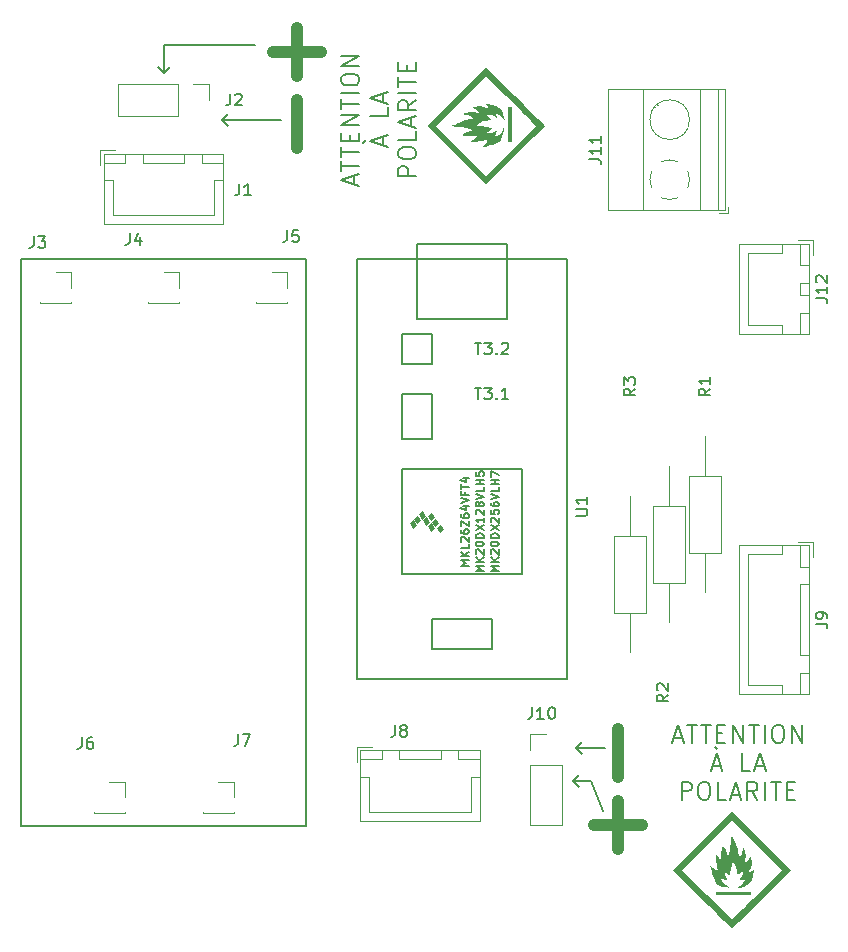
<source format=gbr>
%TF.GenerationSoftware,KiCad,Pcbnew,(6.0.5)*%
%TF.CreationDate,2022-06-17T01:03:42+02:00*%
%TF.ProjectId,seq,7365712e-6b69-4636-9164-5f7063625858,rev?*%
%TF.SameCoordinates,Original*%
%TF.FileFunction,Legend,Top*%
%TF.FilePolarity,Positive*%
%FSLAX46Y46*%
G04 Gerber Fmt 4.6, Leading zero omitted, Abs format (unit mm)*
G04 Created by KiCad (PCBNEW (6.0.5)) date 2022-06-17 01:03:42*
%MOMM*%
%LPD*%
G01*
G04 APERTURE LIST*
%ADD10C,0.150000*%
%ADD11C,1.000000*%
%ADD12C,0.120000*%
%ADD13C,0.100000*%
G04 APERTURE END LIST*
D10*
X116834000Y-68456285D02*
X116834000Y-67742000D01*
X117262571Y-68599142D02*
X115762571Y-68099142D01*
X117262571Y-67599142D01*
X115762571Y-67313428D02*
X115762571Y-66456285D01*
X117262571Y-66884857D02*
X115762571Y-66884857D01*
X115762571Y-66170571D02*
X115762571Y-65313428D01*
X117262571Y-65742000D02*
X115762571Y-65742000D01*
X116476857Y-64813428D02*
X116476857Y-64313428D01*
X117262571Y-64099142D02*
X117262571Y-64813428D01*
X115762571Y-64813428D01*
X115762571Y-64099142D01*
X117262571Y-63456285D02*
X115762571Y-63456285D01*
X117262571Y-62599142D01*
X115762571Y-62599142D01*
X115762571Y-62099142D02*
X115762571Y-61242000D01*
X117262571Y-61670571D02*
X115762571Y-61670571D01*
X117262571Y-60742000D02*
X115762571Y-60742000D01*
X115762571Y-59742000D02*
X115762571Y-59456285D01*
X115834000Y-59313428D01*
X115976857Y-59170571D01*
X116262571Y-59099142D01*
X116762571Y-59099142D01*
X117048285Y-59170571D01*
X117191142Y-59313428D01*
X117262571Y-59456285D01*
X117262571Y-59742000D01*
X117191142Y-59884857D01*
X117048285Y-60027714D01*
X116762571Y-60099142D01*
X116262571Y-60099142D01*
X115976857Y-60027714D01*
X115834000Y-59884857D01*
X115762571Y-59742000D01*
X117262571Y-58456285D02*
X115762571Y-58456285D01*
X117262571Y-57599142D01*
X115762571Y-57599142D01*
X119249000Y-65170571D02*
X119249000Y-64456285D01*
X119677571Y-65313428D02*
X118177571Y-64813428D01*
X119677571Y-64313428D01*
X117606142Y-64956285D02*
X117820428Y-64742000D01*
X119677571Y-61956285D02*
X119677571Y-62670571D01*
X118177571Y-62670571D01*
X119249000Y-61527714D02*
X119249000Y-60813428D01*
X119677571Y-61670571D02*
X118177571Y-61170571D01*
X119677571Y-60670571D01*
X122092571Y-67777714D02*
X120592571Y-67777714D01*
X120592571Y-67206285D01*
X120664000Y-67063428D01*
X120735428Y-66991999D01*
X120878285Y-66920571D01*
X121092571Y-66920571D01*
X121235428Y-66991999D01*
X121306857Y-67063428D01*
X121378285Y-67206285D01*
X121378285Y-67777714D01*
X120592571Y-65991999D02*
X120592571Y-65706285D01*
X120664000Y-65563428D01*
X120806857Y-65420571D01*
X121092571Y-65349142D01*
X121592571Y-65349142D01*
X121878285Y-65420571D01*
X122021142Y-65563428D01*
X122092571Y-65706285D01*
X122092571Y-65991999D01*
X122021142Y-66134857D01*
X121878285Y-66277714D01*
X121592571Y-66349142D01*
X121092571Y-66349142D01*
X120806857Y-66277714D01*
X120664000Y-66134857D01*
X120592571Y-65991999D01*
X122092571Y-63991999D02*
X122092571Y-64706285D01*
X120592571Y-64706285D01*
X121664000Y-63563428D02*
X121664000Y-62849142D01*
X122092571Y-63706285D02*
X120592571Y-63206285D01*
X122092571Y-62706285D01*
X122092571Y-61349142D02*
X121378285Y-61849142D01*
X122092571Y-62206285D02*
X120592571Y-62206285D01*
X120592571Y-61634857D01*
X120664000Y-61492000D01*
X120735428Y-61420571D01*
X120878285Y-61349142D01*
X121092571Y-61349142D01*
X121235428Y-61420571D01*
X121306857Y-61492000D01*
X121378285Y-61634857D01*
X121378285Y-62206285D01*
X122092571Y-60706285D02*
X120592571Y-60706285D01*
X120592571Y-60206285D02*
X120592571Y-59349142D01*
X122092571Y-59777714D02*
X120592571Y-59777714D01*
X121306857Y-58849142D02*
X121306857Y-58349142D01*
X122092571Y-58134857D02*
X122092571Y-58849142D01*
X120592571Y-58849142D01*
X120592571Y-58134857D01*
X136906000Y-118999000D02*
X137922000Y-121539000D01*
X135890000Y-119507000D02*
X135382000Y-118999000D01*
X135382000Y-118999000D02*
X135890000Y-118491000D01*
X136906000Y-118999000D02*
X135382000Y-118999000D01*
X136144000Y-116713000D02*
X135636000Y-116205000D01*
X135636000Y-116205000D02*
X136144000Y-115697000D01*
X138049000Y-116205000D02*
X135636000Y-116205000D01*
X143887714Y-115310000D02*
X144602000Y-115310000D01*
X143744857Y-115738571D02*
X144244857Y-114238571D01*
X144744857Y-115738571D01*
X145030571Y-114238571D02*
X145887714Y-114238571D01*
X145459142Y-115738571D02*
X145459142Y-114238571D01*
X146173428Y-114238571D02*
X147030571Y-114238571D01*
X146602000Y-115738571D02*
X146602000Y-114238571D01*
X147530571Y-114952857D02*
X148030571Y-114952857D01*
X148244857Y-115738571D02*
X147530571Y-115738571D01*
X147530571Y-114238571D01*
X148244857Y-114238571D01*
X148887714Y-115738571D02*
X148887714Y-114238571D01*
X149744857Y-115738571D01*
X149744857Y-114238571D01*
X150244857Y-114238571D02*
X151102000Y-114238571D01*
X150673428Y-115738571D02*
X150673428Y-114238571D01*
X151602000Y-115738571D02*
X151602000Y-114238571D01*
X152602000Y-114238571D02*
X152887714Y-114238571D01*
X153030571Y-114310000D01*
X153173428Y-114452857D01*
X153244857Y-114738571D01*
X153244857Y-115238571D01*
X153173428Y-115524285D01*
X153030571Y-115667142D01*
X152887714Y-115738571D01*
X152602000Y-115738571D01*
X152459142Y-115667142D01*
X152316285Y-115524285D01*
X152244857Y-115238571D01*
X152244857Y-114738571D01*
X152316285Y-114452857D01*
X152459142Y-114310000D01*
X152602000Y-114238571D01*
X153887714Y-115738571D02*
X153887714Y-114238571D01*
X154744857Y-115738571D01*
X154744857Y-114238571D01*
X147173428Y-117725000D02*
X147887714Y-117725000D01*
X147030571Y-118153571D02*
X147530571Y-116653571D01*
X148030571Y-118153571D01*
X147387714Y-116082142D02*
X147602000Y-116296428D01*
X150387714Y-118153571D02*
X149673428Y-118153571D01*
X149673428Y-116653571D01*
X150816285Y-117725000D02*
X151530571Y-117725000D01*
X150673428Y-118153571D02*
X151173428Y-116653571D01*
X151673428Y-118153571D01*
X144566285Y-120568571D02*
X144566285Y-119068571D01*
X145137714Y-119068571D01*
X145280571Y-119140000D01*
X145352000Y-119211428D01*
X145423428Y-119354285D01*
X145423428Y-119568571D01*
X145352000Y-119711428D01*
X145280571Y-119782857D01*
X145137714Y-119854285D01*
X144566285Y-119854285D01*
X146352000Y-119068571D02*
X146637714Y-119068571D01*
X146780571Y-119140000D01*
X146923428Y-119282857D01*
X146994857Y-119568571D01*
X146994857Y-120068571D01*
X146923428Y-120354285D01*
X146780571Y-120497142D01*
X146637714Y-120568571D01*
X146352000Y-120568571D01*
X146209142Y-120497142D01*
X146066285Y-120354285D01*
X145994857Y-120068571D01*
X145994857Y-119568571D01*
X146066285Y-119282857D01*
X146209142Y-119140000D01*
X146352000Y-119068571D01*
X148352000Y-120568571D02*
X147637714Y-120568571D01*
X147637714Y-119068571D01*
X148780571Y-120140000D02*
X149494857Y-120140000D01*
X148637714Y-120568571D02*
X149137714Y-119068571D01*
X149637714Y-120568571D01*
X150994857Y-120568571D02*
X150494857Y-119854285D01*
X150137714Y-120568571D02*
X150137714Y-119068571D01*
X150709142Y-119068571D01*
X150852000Y-119140000D01*
X150923428Y-119211428D01*
X150994857Y-119354285D01*
X150994857Y-119568571D01*
X150923428Y-119711428D01*
X150852000Y-119782857D01*
X150709142Y-119854285D01*
X150137714Y-119854285D01*
X151637714Y-120568571D02*
X151637714Y-119068571D01*
X152137714Y-119068571D02*
X152994857Y-119068571D01*
X152566285Y-120568571D02*
X152566285Y-119068571D01*
X153494857Y-119782857D02*
X153994857Y-119782857D01*
X154209142Y-120568571D02*
X153494857Y-120568571D01*
X153494857Y-119068571D01*
X154209142Y-119068571D01*
D11*
X139192000Y-118618000D02*
X139192000Y-114554000D01*
X139192000Y-120650000D02*
X139192000Y-124714000D01*
X141224000Y-122682000D02*
X137160000Y-122682000D01*
D10*
X108077000Y-62992000D02*
X110617000Y-62992000D01*
X106172000Y-63500000D02*
X105664000Y-62992000D01*
X105664000Y-62992000D02*
X106172000Y-62484000D01*
X108077000Y-62992000D02*
X105664000Y-62992000D01*
X101219000Y-58547000D02*
X100711000Y-59055000D01*
X100711000Y-59055000D02*
X100203000Y-58547000D01*
X100711000Y-56642000D02*
X100711000Y-59055000D01*
X108458000Y-56642000D02*
X100711000Y-56642000D01*
D11*
X114046000Y-57277000D02*
X109982000Y-57277000D01*
X112014000Y-61341000D02*
X112014000Y-65405000D01*
X112014000Y-59309000D02*
X112014000Y-55245000D01*
D10*
X88646000Y-74803000D02*
X112776000Y-74803000D01*
X112776000Y-74803000D02*
X112776000Y-122809000D01*
X112776000Y-122809000D02*
X88646000Y-122809000D01*
X88646000Y-122809000D02*
X88646000Y-74803000D01*
%TO.C,J10*%
X131905476Y-112736380D02*
X131905476Y-113450666D01*
X131857857Y-113593523D01*
X131762619Y-113688761D01*
X131619761Y-113736380D01*
X131524523Y-113736380D01*
X132905476Y-113736380D02*
X132334047Y-113736380D01*
X132619761Y-113736380D02*
X132619761Y-112736380D01*
X132524523Y-112879238D01*
X132429285Y-112974476D01*
X132334047Y-113022095D01*
X133524523Y-112736380D02*
X133619761Y-112736380D01*
X133715000Y-112784000D01*
X133762619Y-112831619D01*
X133810238Y-112926857D01*
X133857857Y-113117333D01*
X133857857Y-113355428D01*
X133810238Y-113545904D01*
X133762619Y-113641142D01*
X133715000Y-113688761D01*
X133619761Y-113736380D01*
X133524523Y-113736380D01*
X133429285Y-113688761D01*
X133381666Y-113641142D01*
X133334047Y-113545904D01*
X133286428Y-113355428D01*
X133286428Y-113117333D01*
X133334047Y-112926857D01*
X133381666Y-112831619D01*
X133429285Y-112784000D01*
X133524523Y-112736380D01*
%TO.C,J2*%
X106346666Y-60793380D02*
X106346666Y-61507666D01*
X106299047Y-61650523D01*
X106203809Y-61745761D01*
X106060952Y-61793380D01*
X105965714Y-61793380D01*
X106775238Y-60888619D02*
X106822857Y-60841000D01*
X106918095Y-60793380D01*
X107156190Y-60793380D01*
X107251428Y-60841000D01*
X107299047Y-60888619D01*
X107346666Y-60983857D01*
X107346666Y-61079095D01*
X107299047Y-61221952D01*
X106727619Y-61793380D01*
X107346666Y-61793380D01*
%TO.C,J5*%
X111172666Y-72350380D02*
X111172666Y-73064666D01*
X111125047Y-73207523D01*
X111029809Y-73302761D01*
X110886952Y-73350380D01*
X110791714Y-73350380D01*
X112125047Y-72350380D02*
X111648857Y-72350380D01*
X111601238Y-72826571D01*
X111648857Y-72778952D01*
X111744095Y-72731333D01*
X111982190Y-72731333D01*
X112077428Y-72778952D01*
X112125047Y-72826571D01*
X112172666Y-72921809D01*
X112172666Y-73159904D01*
X112125047Y-73255142D01*
X112077428Y-73302761D01*
X111982190Y-73350380D01*
X111744095Y-73350380D01*
X111648857Y-73302761D01*
X111601238Y-73255142D01*
%TO.C,J8*%
X120316666Y-114260380D02*
X120316666Y-114974666D01*
X120269047Y-115117523D01*
X120173809Y-115212761D01*
X120030952Y-115260380D01*
X119935714Y-115260380D01*
X120935714Y-114688952D02*
X120840476Y-114641333D01*
X120792857Y-114593714D01*
X120745238Y-114498476D01*
X120745238Y-114450857D01*
X120792857Y-114355619D01*
X120840476Y-114308000D01*
X120935714Y-114260380D01*
X121126190Y-114260380D01*
X121221428Y-114308000D01*
X121269047Y-114355619D01*
X121316666Y-114450857D01*
X121316666Y-114498476D01*
X121269047Y-114593714D01*
X121221428Y-114641333D01*
X121126190Y-114688952D01*
X120935714Y-114688952D01*
X120840476Y-114736571D01*
X120792857Y-114784190D01*
X120745238Y-114879428D01*
X120745238Y-115069904D01*
X120792857Y-115165142D01*
X120840476Y-115212761D01*
X120935714Y-115260380D01*
X121126190Y-115260380D01*
X121221428Y-115212761D01*
X121269047Y-115165142D01*
X121316666Y-115069904D01*
X121316666Y-114879428D01*
X121269047Y-114784190D01*
X121221428Y-114736571D01*
X121126190Y-114688952D01*
%TO.C,J9*%
X155910380Y-105676333D02*
X156624666Y-105676333D01*
X156767523Y-105723952D01*
X156862761Y-105819190D01*
X156910380Y-105962047D01*
X156910380Y-106057285D01*
X156910380Y-105152523D02*
X156910380Y-104962047D01*
X156862761Y-104866809D01*
X156815142Y-104819190D01*
X156672285Y-104723952D01*
X156481809Y-104676333D01*
X156100857Y-104676333D01*
X156005619Y-104723952D01*
X155958000Y-104771571D01*
X155910380Y-104866809D01*
X155910380Y-105057285D01*
X155958000Y-105152523D01*
X156005619Y-105200142D01*
X156100857Y-105247761D01*
X156338952Y-105247761D01*
X156434190Y-105200142D01*
X156481809Y-105152523D01*
X156529428Y-105057285D01*
X156529428Y-104866809D01*
X156481809Y-104771571D01*
X156434190Y-104723952D01*
X156338952Y-104676333D01*
%TO.C,J11*%
X136753380Y-66346523D02*
X137467666Y-66346523D01*
X137610523Y-66394142D01*
X137705761Y-66489380D01*
X137753380Y-66632238D01*
X137753380Y-66727476D01*
X137753380Y-65346523D02*
X137753380Y-65917952D01*
X137753380Y-65632238D02*
X136753380Y-65632238D01*
X136896238Y-65727476D01*
X136991476Y-65822714D01*
X137039095Y-65917952D01*
X137753380Y-64394142D02*
X137753380Y-64965571D01*
X137753380Y-64679857D02*
X136753380Y-64679857D01*
X136896238Y-64775095D01*
X136991476Y-64870333D01*
X137039095Y-64965571D01*
%TO.C,J12*%
X155910380Y-78132523D02*
X156624666Y-78132523D01*
X156767523Y-78180142D01*
X156862761Y-78275380D01*
X156910380Y-78418238D01*
X156910380Y-78513476D01*
X156910380Y-77132523D02*
X156910380Y-77703952D01*
X156910380Y-77418238D02*
X155910380Y-77418238D01*
X156053238Y-77513476D01*
X156148476Y-77608714D01*
X156196095Y-77703952D01*
X156005619Y-76751571D02*
X155958000Y-76703952D01*
X155910380Y-76608714D01*
X155910380Y-76370619D01*
X155958000Y-76275380D01*
X156005619Y-76227761D01*
X156100857Y-76180142D01*
X156196095Y-76180142D01*
X156338952Y-76227761D01*
X156910380Y-76799190D01*
X156910380Y-76180142D01*
%TO.C,J1*%
X107108666Y-68413380D02*
X107108666Y-69127666D01*
X107061047Y-69270523D01*
X106965809Y-69365761D01*
X106822952Y-69413380D01*
X106727714Y-69413380D01*
X108108666Y-69413380D02*
X107537238Y-69413380D01*
X107822952Y-69413380D02*
X107822952Y-68413380D01*
X107727714Y-68556238D01*
X107632476Y-68651476D01*
X107537238Y-68699095D01*
%TO.C,R3*%
X140660380Y-85764666D02*
X140184190Y-86098000D01*
X140660380Y-86336095D02*
X139660380Y-86336095D01*
X139660380Y-85955142D01*
X139708000Y-85859904D01*
X139755619Y-85812285D01*
X139850857Y-85764666D01*
X139993714Y-85764666D01*
X140088952Y-85812285D01*
X140136571Y-85859904D01*
X140184190Y-85955142D01*
X140184190Y-86336095D01*
X139660380Y-85431333D02*
X139660380Y-84812285D01*
X140041333Y-85145619D01*
X140041333Y-85002761D01*
X140088952Y-84907523D01*
X140136571Y-84859904D01*
X140231809Y-84812285D01*
X140469904Y-84812285D01*
X140565142Y-84859904D01*
X140612761Y-84907523D01*
X140660380Y-85002761D01*
X140660380Y-85288476D01*
X140612761Y-85383714D01*
X140565142Y-85431333D01*
%TO.C,J6*%
X93773666Y-115276380D02*
X93773666Y-115990666D01*
X93726047Y-116133523D01*
X93630809Y-116228761D01*
X93487952Y-116276380D01*
X93392714Y-116276380D01*
X94678428Y-115276380D02*
X94487952Y-115276380D01*
X94392714Y-115324000D01*
X94345095Y-115371619D01*
X94249857Y-115514476D01*
X94202238Y-115704952D01*
X94202238Y-116085904D01*
X94249857Y-116181142D01*
X94297476Y-116228761D01*
X94392714Y-116276380D01*
X94583190Y-116276380D01*
X94678428Y-116228761D01*
X94726047Y-116181142D01*
X94773666Y-116085904D01*
X94773666Y-115847809D01*
X94726047Y-115752571D01*
X94678428Y-115704952D01*
X94583190Y-115657333D01*
X94392714Y-115657333D01*
X94297476Y-115704952D01*
X94249857Y-115752571D01*
X94202238Y-115847809D01*
%TO.C,R1*%
X147010380Y-85764666D02*
X146534190Y-86098000D01*
X147010380Y-86336095D02*
X146010380Y-86336095D01*
X146010380Y-85955142D01*
X146058000Y-85859904D01*
X146105619Y-85812285D01*
X146200857Y-85764666D01*
X146343714Y-85764666D01*
X146438952Y-85812285D01*
X146486571Y-85859904D01*
X146534190Y-85955142D01*
X146534190Y-86336095D01*
X147010380Y-84812285D02*
X147010380Y-85383714D01*
X147010380Y-85098000D02*
X146010380Y-85098000D01*
X146153238Y-85193238D01*
X146248476Y-85288476D01*
X146296095Y-85383714D01*
%TO.C,U1*%
X135596380Y-96519904D02*
X136405904Y-96519904D01*
X136501142Y-96472285D01*
X136548761Y-96424666D01*
X136596380Y-96329428D01*
X136596380Y-96138952D01*
X136548761Y-96043714D01*
X136501142Y-95996095D01*
X136405904Y-95948476D01*
X135596380Y-95948476D01*
X136596380Y-94948476D02*
X136596380Y-95519904D01*
X136596380Y-95234190D02*
X135596380Y-95234190D01*
X135739238Y-95329428D01*
X135834476Y-95424666D01*
X135882095Y-95519904D01*
X127824666Y-101244666D02*
X127124666Y-101244666D01*
X127624666Y-101011333D01*
X127124666Y-100778000D01*
X127824666Y-100778000D01*
X127824666Y-100444666D02*
X127124666Y-100444666D01*
X127824666Y-100044666D02*
X127424666Y-100344666D01*
X127124666Y-100044666D02*
X127524666Y-100444666D01*
X127191333Y-99778000D02*
X127158000Y-99744666D01*
X127124666Y-99678000D01*
X127124666Y-99511333D01*
X127158000Y-99444666D01*
X127191333Y-99411333D01*
X127258000Y-99378000D01*
X127324666Y-99378000D01*
X127424666Y-99411333D01*
X127824666Y-99811333D01*
X127824666Y-99378000D01*
X127124666Y-98944666D02*
X127124666Y-98878000D01*
X127158000Y-98811333D01*
X127191333Y-98778000D01*
X127258000Y-98744666D01*
X127391333Y-98711333D01*
X127558000Y-98711333D01*
X127691333Y-98744666D01*
X127758000Y-98778000D01*
X127791333Y-98811333D01*
X127824666Y-98878000D01*
X127824666Y-98944666D01*
X127791333Y-99011333D01*
X127758000Y-99044666D01*
X127691333Y-99078000D01*
X127558000Y-99111333D01*
X127391333Y-99111333D01*
X127258000Y-99078000D01*
X127191333Y-99044666D01*
X127158000Y-99011333D01*
X127124666Y-98944666D01*
X127824666Y-98411333D02*
X127124666Y-98411333D01*
X127124666Y-98244666D01*
X127158000Y-98144666D01*
X127224666Y-98078000D01*
X127291333Y-98044666D01*
X127424666Y-98011333D01*
X127524666Y-98011333D01*
X127658000Y-98044666D01*
X127724666Y-98078000D01*
X127791333Y-98144666D01*
X127824666Y-98244666D01*
X127824666Y-98411333D01*
X127124666Y-97778000D02*
X127824666Y-97311333D01*
X127124666Y-97311333D02*
X127824666Y-97778000D01*
X127824666Y-96678000D02*
X127824666Y-97078000D01*
X127824666Y-96878000D02*
X127124666Y-96878000D01*
X127224666Y-96944666D01*
X127291333Y-97011333D01*
X127324666Y-97078000D01*
X127191333Y-96411333D02*
X127158000Y-96378000D01*
X127124666Y-96311333D01*
X127124666Y-96144666D01*
X127158000Y-96078000D01*
X127191333Y-96044666D01*
X127258000Y-96011333D01*
X127324666Y-96011333D01*
X127424666Y-96044666D01*
X127824666Y-96444666D01*
X127824666Y-96011333D01*
X127424666Y-95611333D02*
X127391333Y-95678000D01*
X127358000Y-95711333D01*
X127291333Y-95744666D01*
X127258000Y-95744666D01*
X127191333Y-95711333D01*
X127158000Y-95678000D01*
X127124666Y-95611333D01*
X127124666Y-95478000D01*
X127158000Y-95411333D01*
X127191333Y-95378000D01*
X127258000Y-95344666D01*
X127291333Y-95344666D01*
X127358000Y-95378000D01*
X127391333Y-95411333D01*
X127424666Y-95478000D01*
X127424666Y-95611333D01*
X127458000Y-95678000D01*
X127491333Y-95711333D01*
X127558000Y-95744666D01*
X127691333Y-95744666D01*
X127758000Y-95711333D01*
X127791333Y-95678000D01*
X127824666Y-95611333D01*
X127824666Y-95478000D01*
X127791333Y-95411333D01*
X127758000Y-95378000D01*
X127691333Y-95344666D01*
X127558000Y-95344666D01*
X127491333Y-95378000D01*
X127458000Y-95411333D01*
X127424666Y-95478000D01*
X127124666Y-95144666D02*
X127824666Y-94911333D01*
X127124666Y-94678000D01*
X127824666Y-94111333D02*
X127824666Y-94444666D01*
X127124666Y-94444666D01*
X127824666Y-93878000D02*
X127124666Y-93878000D01*
X127458000Y-93878000D02*
X127458000Y-93478000D01*
X127824666Y-93478000D02*
X127124666Y-93478000D01*
X127124666Y-92811333D02*
X127124666Y-93144666D01*
X127458000Y-93178000D01*
X127424666Y-93144666D01*
X127391333Y-93078000D01*
X127391333Y-92911333D01*
X127424666Y-92844666D01*
X127458000Y-92811333D01*
X127524666Y-92778000D01*
X127691333Y-92778000D01*
X127758000Y-92811333D01*
X127791333Y-92844666D01*
X127824666Y-92911333D01*
X127824666Y-93078000D01*
X127791333Y-93144666D01*
X127758000Y-93178000D01*
X129094666Y-101244666D02*
X128394666Y-101244666D01*
X128894666Y-101011333D01*
X128394666Y-100778000D01*
X129094666Y-100778000D01*
X129094666Y-100444666D02*
X128394666Y-100444666D01*
X129094666Y-100044666D02*
X128694666Y-100344666D01*
X128394666Y-100044666D02*
X128794666Y-100444666D01*
X128461333Y-99778000D02*
X128428000Y-99744666D01*
X128394666Y-99678000D01*
X128394666Y-99511333D01*
X128428000Y-99444666D01*
X128461333Y-99411333D01*
X128528000Y-99378000D01*
X128594666Y-99378000D01*
X128694666Y-99411333D01*
X129094666Y-99811333D01*
X129094666Y-99378000D01*
X128394666Y-98944666D02*
X128394666Y-98878000D01*
X128428000Y-98811333D01*
X128461333Y-98778000D01*
X128528000Y-98744666D01*
X128661333Y-98711333D01*
X128828000Y-98711333D01*
X128961333Y-98744666D01*
X129028000Y-98778000D01*
X129061333Y-98811333D01*
X129094666Y-98878000D01*
X129094666Y-98944666D01*
X129061333Y-99011333D01*
X129028000Y-99044666D01*
X128961333Y-99078000D01*
X128828000Y-99111333D01*
X128661333Y-99111333D01*
X128528000Y-99078000D01*
X128461333Y-99044666D01*
X128428000Y-99011333D01*
X128394666Y-98944666D01*
X129094666Y-98411333D02*
X128394666Y-98411333D01*
X128394666Y-98244666D01*
X128428000Y-98144666D01*
X128494666Y-98078000D01*
X128561333Y-98044666D01*
X128694666Y-98011333D01*
X128794666Y-98011333D01*
X128928000Y-98044666D01*
X128994666Y-98078000D01*
X129061333Y-98144666D01*
X129094666Y-98244666D01*
X129094666Y-98411333D01*
X128394666Y-97778000D02*
X129094666Y-97311333D01*
X128394666Y-97311333D02*
X129094666Y-97778000D01*
X128461333Y-97078000D02*
X128428000Y-97044666D01*
X128394666Y-96978000D01*
X128394666Y-96811333D01*
X128428000Y-96744666D01*
X128461333Y-96711333D01*
X128528000Y-96678000D01*
X128594666Y-96678000D01*
X128694666Y-96711333D01*
X129094666Y-97111333D01*
X129094666Y-96678000D01*
X128394666Y-96044666D02*
X128394666Y-96378000D01*
X128728000Y-96411333D01*
X128694666Y-96378000D01*
X128661333Y-96311333D01*
X128661333Y-96144666D01*
X128694666Y-96078000D01*
X128728000Y-96044666D01*
X128794666Y-96011333D01*
X128961333Y-96011333D01*
X129028000Y-96044666D01*
X129061333Y-96078000D01*
X129094666Y-96144666D01*
X129094666Y-96311333D01*
X129061333Y-96378000D01*
X129028000Y-96411333D01*
X128394666Y-95411333D02*
X128394666Y-95544666D01*
X128428000Y-95611333D01*
X128461333Y-95644666D01*
X128561333Y-95711333D01*
X128694666Y-95744666D01*
X128961333Y-95744666D01*
X129028000Y-95711333D01*
X129061333Y-95678000D01*
X129094666Y-95611333D01*
X129094666Y-95478000D01*
X129061333Y-95411333D01*
X129028000Y-95378000D01*
X128961333Y-95344666D01*
X128794666Y-95344666D01*
X128728000Y-95378000D01*
X128694666Y-95411333D01*
X128661333Y-95478000D01*
X128661333Y-95611333D01*
X128694666Y-95678000D01*
X128728000Y-95711333D01*
X128794666Y-95744666D01*
X128394666Y-95144666D02*
X129094666Y-94911333D01*
X128394666Y-94678000D01*
X129094666Y-94111333D02*
X129094666Y-94444666D01*
X128394666Y-94444666D01*
X129094666Y-93878000D02*
X128394666Y-93878000D01*
X128728000Y-93878000D02*
X128728000Y-93478000D01*
X129094666Y-93478000D02*
X128394666Y-93478000D01*
X128394666Y-93211333D02*
X128394666Y-92744666D01*
X129094666Y-93044666D01*
X127047809Y-81875380D02*
X127619238Y-81875380D01*
X127333523Y-82875380D02*
X127333523Y-81875380D01*
X127857333Y-81875380D02*
X128476380Y-81875380D01*
X128143047Y-82256333D01*
X128285904Y-82256333D01*
X128381142Y-82303952D01*
X128428761Y-82351571D01*
X128476380Y-82446809D01*
X128476380Y-82684904D01*
X128428761Y-82780142D01*
X128381142Y-82827761D01*
X128285904Y-82875380D01*
X128000190Y-82875380D01*
X127904952Y-82827761D01*
X127857333Y-82780142D01*
X128904952Y-82780142D02*
X128952571Y-82827761D01*
X128904952Y-82875380D01*
X128857333Y-82827761D01*
X128904952Y-82780142D01*
X128904952Y-82875380D01*
X129333523Y-81970619D02*
X129381142Y-81923000D01*
X129476380Y-81875380D01*
X129714476Y-81875380D01*
X129809714Y-81923000D01*
X129857333Y-81970619D01*
X129904952Y-82065857D01*
X129904952Y-82161095D01*
X129857333Y-82303952D01*
X129285904Y-82875380D01*
X129904952Y-82875380D01*
X127047809Y-85685380D02*
X127619238Y-85685380D01*
X127333523Y-86685380D02*
X127333523Y-85685380D01*
X127857333Y-85685380D02*
X128476380Y-85685380D01*
X128143047Y-86066333D01*
X128285904Y-86066333D01*
X128381142Y-86113952D01*
X128428761Y-86161571D01*
X128476380Y-86256809D01*
X128476380Y-86494904D01*
X128428761Y-86590142D01*
X128381142Y-86637761D01*
X128285904Y-86685380D01*
X128000190Y-86685380D01*
X127904952Y-86637761D01*
X127857333Y-86590142D01*
X128904952Y-86590142D02*
X128952571Y-86637761D01*
X128904952Y-86685380D01*
X128857333Y-86637761D01*
X128904952Y-86590142D01*
X128904952Y-86685380D01*
X129904952Y-86685380D02*
X129333523Y-86685380D01*
X129619238Y-86685380D02*
X129619238Y-85685380D01*
X129524000Y-85828238D01*
X129428761Y-85923476D01*
X129333523Y-85971095D01*
X126554666Y-100761333D02*
X125854666Y-100761333D01*
X126354666Y-100528000D01*
X125854666Y-100294666D01*
X126554666Y-100294666D01*
X126554666Y-99961333D02*
X125854666Y-99961333D01*
X126554666Y-99561333D02*
X126154666Y-99861333D01*
X125854666Y-99561333D02*
X126254666Y-99961333D01*
X126554666Y-98928000D02*
X126554666Y-99261333D01*
X125854666Y-99261333D01*
X125921333Y-98728000D02*
X125888000Y-98694666D01*
X125854666Y-98628000D01*
X125854666Y-98461333D01*
X125888000Y-98394666D01*
X125921333Y-98361333D01*
X125988000Y-98328000D01*
X126054666Y-98328000D01*
X126154666Y-98361333D01*
X126554666Y-98761333D01*
X126554666Y-98328000D01*
X125854666Y-97728000D02*
X125854666Y-97861333D01*
X125888000Y-97928000D01*
X125921333Y-97961333D01*
X126021333Y-98028000D01*
X126154666Y-98061333D01*
X126421333Y-98061333D01*
X126488000Y-98028000D01*
X126521333Y-97994666D01*
X126554666Y-97928000D01*
X126554666Y-97794666D01*
X126521333Y-97728000D01*
X126488000Y-97694666D01*
X126421333Y-97661333D01*
X126254666Y-97661333D01*
X126188000Y-97694666D01*
X126154666Y-97728000D01*
X126121333Y-97794666D01*
X126121333Y-97928000D01*
X126154666Y-97994666D01*
X126188000Y-98028000D01*
X126254666Y-98061333D01*
X125854666Y-97428000D02*
X125854666Y-96961333D01*
X126554666Y-97428000D01*
X126554666Y-96961333D01*
X125854666Y-96394666D02*
X125854666Y-96528000D01*
X125888000Y-96594666D01*
X125921333Y-96628000D01*
X126021333Y-96694666D01*
X126154666Y-96728000D01*
X126421333Y-96728000D01*
X126488000Y-96694666D01*
X126521333Y-96661333D01*
X126554666Y-96594666D01*
X126554666Y-96461333D01*
X126521333Y-96394666D01*
X126488000Y-96361333D01*
X126421333Y-96328000D01*
X126254666Y-96328000D01*
X126188000Y-96361333D01*
X126154666Y-96394666D01*
X126121333Y-96461333D01*
X126121333Y-96594666D01*
X126154666Y-96661333D01*
X126188000Y-96694666D01*
X126254666Y-96728000D01*
X126088000Y-95728000D02*
X126554666Y-95728000D01*
X125821333Y-95894666D02*
X126321333Y-96061333D01*
X126321333Y-95628000D01*
X125854666Y-95461333D02*
X126554666Y-95228000D01*
X125854666Y-94994666D01*
X126188000Y-94528000D02*
X126188000Y-94761333D01*
X126554666Y-94761333D02*
X125854666Y-94761333D01*
X125854666Y-94428000D01*
X125854666Y-94261333D02*
X125854666Y-93861333D01*
X126554666Y-94061333D02*
X125854666Y-94061333D01*
X126088000Y-93328000D02*
X126554666Y-93328000D01*
X125821333Y-93494666D02*
X126321333Y-93661333D01*
X126321333Y-93228000D01*
%TO.C,J7*%
X107017666Y-115022380D02*
X107017666Y-115736666D01*
X106970047Y-115879523D01*
X106874809Y-115974761D01*
X106731952Y-116022380D01*
X106636714Y-116022380D01*
X107398619Y-115022380D02*
X108065285Y-115022380D01*
X107636714Y-116022380D01*
%TO.C,R2*%
X143454380Y-111672666D02*
X142978190Y-112006000D01*
X143454380Y-112244095D02*
X142454380Y-112244095D01*
X142454380Y-111863142D01*
X142502000Y-111767904D01*
X142549619Y-111720285D01*
X142644857Y-111672666D01*
X142787714Y-111672666D01*
X142882952Y-111720285D01*
X142930571Y-111767904D01*
X142978190Y-111863142D01*
X142978190Y-112244095D01*
X142549619Y-111291714D02*
X142502000Y-111244095D01*
X142454380Y-111148857D01*
X142454380Y-110910761D01*
X142502000Y-110815523D01*
X142549619Y-110767904D01*
X142644857Y-110720285D01*
X142740095Y-110720285D01*
X142882952Y-110767904D01*
X143454380Y-111339333D01*
X143454380Y-110720285D01*
%TO.C,J3*%
X89709666Y-72858380D02*
X89709666Y-73572666D01*
X89662047Y-73715523D01*
X89566809Y-73810761D01*
X89423952Y-73858380D01*
X89328714Y-73858380D01*
X90090619Y-72858380D02*
X90709666Y-72858380D01*
X90376333Y-73239333D01*
X90519190Y-73239333D01*
X90614428Y-73286952D01*
X90662047Y-73334571D01*
X90709666Y-73429809D01*
X90709666Y-73667904D01*
X90662047Y-73763142D01*
X90614428Y-73810761D01*
X90519190Y-73858380D01*
X90233476Y-73858380D01*
X90138238Y-73810761D01*
X90090619Y-73763142D01*
%TO.C,J4*%
X97837666Y-72604380D02*
X97837666Y-73318666D01*
X97790047Y-73461523D01*
X97694809Y-73556761D01*
X97551952Y-73604380D01*
X97456714Y-73604380D01*
X98742428Y-72937714D02*
X98742428Y-73604380D01*
X98504333Y-72556761D02*
X98266238Y-73271047D01*
X98885285Y-73271047D01*
%TO.C,G\u002A\u002A\u002A*%
G36*
X128015909Y-68498981D02*
G01*
X125516419Y-65999490D01*
X123025919Y-63508991D01*
X123782940Y-63508991D01*
X128025880Y-67723133D01*
X130124381Y-65624952D01*
X132222883Y-63526772D01*
X131802772Y-63077289D01*
X131691593Y-62960557D01*
X131527434Y-62791297D01*
X131317662Y-62576971D01*
X131069647Y-62325039D01*
X130790755Y-62042963D01*
X130488357Y-61738202D01*
X130169819Y-61418219D01*
X129842512Y-61090474D01*
X129701029Y-60949137D01*
X128019398Y-59270468D01*
X125901169Y-61389730D01*
X123782940Y-63508991D01*
X123025919Y-63508991D01*
X123016928Y-63500000D01*
X128015909Y-58501019D01*
X130504899Y-60989737D01*
X130886264Y-61371313D01*
X131249809Y-61735556D01*
X131591099Y-62077991D01*
X131905701Y-62394146D01*
X132189178Y-62679548D01*
X132437096Y-62929724D01*
X132645019Y-63140201D01*
X132808514Y-63306507D01*
X132923145Y-63424169D01*
X132984477Y-63488713D01*
X132993890Y-63500000D01*
X132964514Y-63532674D01*
X132879342Y-63620983D01*
X132742810Y-63760455D01*
X132559352Y-63946616D01*
X132333404Y-64174993D01*
X132069399Y-64441115D01*
X131771774Y-64740507D01*
X131444963Y-65068698D01*
X131093400Y-65421214D01*
X130721522Y-65793583D01*
X130504899Y-66010263D01*
X128025880Y-68489011D01*
X128015909Y-68498981D01*
G37*
G36*
X130185849Y-64904020D02*
G01*
X129888027Y-64904020D01*
X129888027Y-61883249D01*
X130185849Y-61883249D01*
X130185849Y-64904020D01*
G37*
G36*
X128137190Y-61646584D02*
G01*
X128164911Y-61649556D01*
X128558139Y-61717271D01*
X128881506Y-61830431D01*
X129139302Y-61992734D01*
X129335816Y-62207882D01*
X129475338Y-62479574D01*
X129562157Y-62811510D01*
X129570173Y-62861809D01*
X129598636Y-63053266D01*
X129376862Y-62807028D01*
X129258576Y-62687076D01*
X129134682Y-62579700D01*
X129017980Y-62493173D01*
X128921272Y-62435766D01*
X128857359Y-62415751D01*
X128839043Y-62441400D01*
X128846461Y-62464295D01*
X128873841Y-62557550D01*
X128897251Y-62686385D01*
X128900379Y-62710969D01*
X128920066Y-62879225D01*
X128819038Y-62805441D01*
X128672793Y-62714229D01*
X128513981Y-62639773D01*
X128360005Y-62586893D01*
X128228265Y-62560412D01*
X128136161Y-62565149D01*
X128101096Y-62605926D01*
X128101092Y-62606533D01*
X128133274Y-62647844D01*
X128143371Y-62649079D01*
X128186342Y-62679067D01*
X128254523Y-62753203D01*
X128329617Y-62847744D01*
X128393329Y-62938946D01*
X128427363Y-63003067D01*
X128427410Y-63017680D01*
X128381229Y-63029603D01*
X128272163Y-63047941D01*
X128121830Y-63069141D01*
X128087212Y-63073602D01*
X127771645Y-63137196D01*
X127525348Y-63240628D01*
X127343230Y-63384442D01*
X127244831Y-63489895D01*
X127416022Y-63492258D01*
X127541860Y-63505220D01*
X127713734Y-63537172D01*
X127896537Y-63581480D01*
X127914069Y-63586336D01*
X128086365Y-63628237D01*
X128242047Y-63654889D01*
X128351280Y-63661377D01*
X128362466Y-63660214D01*
X128448859Y-63654858D01*
X128483848Y-63666916D01*
X128455252Y-63744140D01*
X128385748Y-63847403D01*
X128298708Y-63946985D01*
X128217502Y-64013169D01*
X128207555Y-64018250D01*
X128119323Y-64071663D01*
X128113714Y-64111258D01*
X128188940Y-64133955D01*
X128277207Y-64138191D01*
X128466713Y-64105354D01*
X128660761Y-64010553D01*
X128777509Y-63941237D01*
X128863426Y-63894881D01*
X128893569Y-63882914D01*
X128908141Y-63918066D01*
X128896604Y-64006943D01*
X128865470Y-64124680D01*
X128821248Y-64246409D01*
X128773103Y-64343009D01*
X128686430Y-64484008D01*
X128844247Y-64418068D01*
X129108025Y-64265136D01*
X129324999Y-64052675D01*
X129442157Y-63871351D01*
X129556074Y-63648911D01*
X129528434Y-63915237D01*
X129477875Y-64240973D01*
X129396635Y-64498067D01*
X129276880Y-64699849D01*
X129110778Y-64859644D01*
X128898620Y-64986815D01*
X128764784Y-65043188D01*
X128582072Y-65107825D01*
X128372679Y-65174257D01*
X128158800Y-65236012D01*
X127962631Y-65286621D01*
X127806368Y-65319614D01*
X127724871Y-65328977D01*
X127721799Y-65301134D01*
X127767759Y-65227463D01*
X127852904Y-65123567D01*
X127858350Y-65117483D01*
X127969444Y-64978178D01*
X128051783Y-64844651D01*
X128095907Y-64735340D01*
X128092354Y-64668683D01*
X128089990Y-64666006D01*
X128045564Y-64671918D01*
X127946072Y-64702864D01*
X127843280Y-64740626D01*
X127723284Y-64775457D01*
X127561511Y-64806697D01*
X127376307Y-64832775D01*
X127186017Y-64852119D01*
X127008987Y-64863158D01*
X126863562Y-64864320D01*
X126768087Y-64854034D01*
X126739909Y-64835141D01*
X126772152Y-64789566D01*
X126852079Y-64722283D01*
X126880944Y-64701839D01*
X127007052Y-64603745D01*
X127131657Y-64488912D01*
X127146566Y-64473419D01*
X127222035Y-64391499D01*
X127241422Y-64359009D01*
X127207124Y-64363564D01*
X127165079Y-64377778D01*
X127052089Y-64400239D01*
X126893350Y-64410246D01*
X126707368Y-64409251D01*
X126512649Y-64398707D01*
X126327700Y-64380066D01*
X126171027Y-64354780D01*
X126061136Y-64324301D01*
X126016534Y-64290082D01*
X126016335Y-64287635D01*
X126057529Y-64201604D01*
X126175856Y-64116811D01*
X126363437Y-64038157D01*
X126469712Y-64005692D01*
X126618516Y-63960593D01*
X126735090Y-63918203D01*
X126794486Y-63887606D01*
X126794778Y-63887319D01*
X126796688Y-63842467D01*
X126727744Y-63794271D01*
X126601903Y-63746307D01*
X126433121Y-63702147D01*
X126235355Y-63665367D01*
X126022561Y-63639541D01*
X125808697Y-63628243D01*
X125782332Y-63628030D01*
X125569262Y-63620432D01*
X125388219Y-63600930D01*
X125248211Y-63572732D01*
X125158247Y-63539047D01*
X125127334Y-63503084D01*
X125164481Y-63468053D01*
X125257673Y-63441129D01*
X125348919Y-63412752D01*
X125496041Y-63355794D01*
X125678292Y-63278681D01*
X125863954Y-63194946D01*
X126089559Y-63093785D01*
X126265339Y-63025848D01*
X126416098Y-62983471D01*
X126566636Y-62958991D01*
X126654526Y-62950676D01*
X126973622Y-62925628D01*
X126841748Y-62790482D01*
X126673414Y-62669337D01*
X126543926Y-62628383D01*
X126388336Y-62600930D01*
X126236918Y-62571042D01*
X126229065Y-62569363D01*
X126080154Y-62537297D01*
X126229065Y-62457792D01*
X126362699Y-62411801D01*
X126551846Y-62377871D01*
X126767529Y-62357948D01*
X126980773Y-62353977D01*
X127162602Y-62367906D01*
X127254441Y-62388916D01*
X127350488Y-62417132D01*
X127404364Y-62423031D01*
X127406577Y-62421762D01*
X127395748Y-62378478D01*
X127336307Y-62298876D01*
X127244856Y-62201298D01*
X127138001Y-62104081D01*
X127072866Y-62053166D01*
X126908941Y-61934420D01*
X127043359Y-61887562D01*
X127291287Y-61839871D01*
X127565734Y-61850215D01*
X127835376Y-61914224D01*
X128068885Y-62027525D01*
X128074778Y-62031486D01*
X128166623Y-62085340D01*
X128221690Y-62101272D01*
X128228730Y-62093331D01*
X128202510Y-61984227D01*
X128137976Y-61852917D01*
X128056318Y-61738023D01*
X128009858Y-61694409D01*
X127959196Y-61655105D01*
X127955635Y-61636317D01*
X128011018Y-61634619D01*
X128137190Y-61646584D01*
G37*
G36*
X146344510Y-123992419D02*
G01*
X148844000Y-121492928D01*
X153842981Y-126491909D01*
X151354263Y-128980899D01*
X150972687Y-129362264D01*
X150608444Y-129725809D01*
X150266009Y-130067099D01*
X149949854Y-130381701D01*
X149664452Y-130665178D01*
X149414276Y-130913096D01*
X149203799Y-131121019D01*
X149037493Y-131284514D01*
X148919831Y-131399145D01*
X148855287Y-131460477D01*
X148844000Y-131469890D01*
X148811326Y-131440514D01*
X148723017Y-131355342D01*
X148583545Y-131218810D01*
X148397384Y-131035352D01*
X148169007Y-130809404D01*
X147902885Y-130545399D01*
X147603493Y-130247774D01*
X147275302Y-129920963D01*
X146922786Y-129569400D01*
X146550417Y-129197522D01*
X146333737Y-128980899D01*
X143854989Y-126501880D01*
X144620867Y-126501880D01*
X146719048Y-128600381D01*
X148817228Y-130698883D01*
X149266711Y-130278772D01*
X149383443Y-130167593D01*
X149552703Y-130003434D01*
X149767029Y-129793662D01*
X150018961Y-129545647D01*
X150301037Y-129266755D01*
X150605798Y-128964357D01*
X150925781Y-128645819D01*
X151253526Y-128318512D01*
X151394863Y-128177029D01*
X153073532Y-126495398D01*
X150954270Y-124377169D01*
X148835009Y-122258940D01*
X144620867Y-126501880D01*
X143854989Y-126501880D01*
X143845019Y-126491909D01*
X146344510Y-123992419D01*
G37*
G36*
X150460751Y-128661849D02*
G01*
X147439980Y-128661849D01*
X147439980Y-128364027D01*
X150460751Y-128364027D01*
X150460751Y-128661849D01*
G37*
G36*
X148875947Y-123640481D02*
G01*
X148902871Y-123733673D01*
X148931248Y-123824919D01*
X148988206Y-123972041D01*
X149065319Y-124154292D01*
X149149054Y-124339954D01*
X149250215Y-124565559D01*
X149318152Y-124741339D01*
X149360529Y-124892098D01*
X149385009Y-125042636D01*
X149393324Y-125130526D01*
X149418372Y-125449622D01*
X149553518Y-125317748D01*
X149674663Y-125149414D01*
X149715617Y-125019926D01*
X149743070Y-124864336D01*
X149772958Y-124712918D01*
X149774637Y-124705065D01*
X149806703Y-124556154D01*
X149886208Y-124705065D01*
X149932199Y-124838699D01*
X149966129Y-125027846D01*
X149986052Y-125243529D01*
X149990023Y-125456773D01*
X149976094Y-125638602D01*
X149955084Y-125730441D01*
X149926868Y-125826488D01*
X149920969Y-125880364D01*
X149922238Y-125882577D01*
X149965522Y-125871748D01*
X150045124Y-125812307D01*
X150142702Y-125720856D01*
X150239919Y-125614001D01*
X150290834Y-125548866D01*
X150409580Y-125384941D01*
X150456438Y-125519359D01*
X150504129Y-125767287D01*
X150493785Y-126041734D01*
X150429776Y-126311376D01*
X150316475Y-126544885D01*
X150312514Y-126550778D01*
X150258660Y-126642623D01*
X150242728Y-126697690D01*
X150250669Y-126704730D01*
X150359773Y-126678510D01*
X150491083Y-126613976D01*
X150605977Y-126532318D01*
X150649591Y-126485858D01*
X150688895Y-126435196D01*
X150707683Y-126431635D01*
X150709381Y-126487018D01*
X150697416Y-126613190D01*
X150694444Y-126640911D01*
X150626729Y-127034139D01*
X150513569Y-127357506D01*
X150351266Y-127615302D01*
X150136118Y-127811816D01*
X149864426Y-127951338D01*
X149532490Y-128038157D01*
X149482191Y-128046173D01*
X149290734Y-128074636D01*
X149536972Y-127852862D01*
X149656924Y-127734576D01*
X149764300Y-127610682D01*
X149850827Y-127493980D01*
X149908234Y-127397272D01*
X149928249Y-127333359D01*
X149902600Y-127315043D01*
X149879705Y-127322461D01*
X149786450Y-127349841D01*
X149657615Y-127373251D01*
X149633031Y-127376379D01*
X149464775Y-127396066D01*
X149538559Y-127295038D01*
X149629771Y-127148793D01*
X149704227Y-126989981D01*
X149757107Y-126836005D01*
X149783588Y-126704265D01*
X149778851Y-126612161D01*
X149738074Y-126577096D01*
X149737467Y-126577092D01*
X149696156Y-126609274D01*
X149694921Y-126619371D01*
X149664933Y-126662342D01*
X149590797Y-126730523D01*
X149496256Y-126805617D01*
X149405054Y-126869329D01*
X149340933Y-126903363D01*
X149326320Y-126903410D01*
X149314397Y-126857229D01*
X149296059Y-126748163D01*
X149274859Y-126597830D01*
X149270398Y-126563212D01*
X149206804Y-126247645D01*
X149103372Y-126001348D01*
X148959558Y-125819230D01*
X148854105Y-125720831D01*
X148851742Y-125892022D01*
X148838780Y-126017860D01*
X148806828Y-126189734D01*
X148762520Y-126372537D01*
X148757664Y-126390069D01*
X148715763Y-126562365D01*
X148689111Y-126718047D01*
X148682623Y-126827280D01*
X148683786Y-126838466D01*
X148689142Y-126924859D01*
X148677084Y-126959848D01*
X148599860Y-126931252D01*
X148496597Y-126861748D01*
X148397015Y-126774708D01*
X148330831Y-126693502D01*
X148325750Y-126683555D01*
X148272337Y-126595323D01*
X148232742Y-126589714D01*
X148210045Y-126664940D01*
X148205809Y-126753207D01*
X148238646Y-126942713D01*
X148333447Y-127136761D01*
X148402763Y-127253509D01*
X148449119Y-127339426D01*
X148461086Y-127369569D01*
X148425934Y-127384141D01*
X148337057Y-127372604D01*
X148219320Y-127341470D01*
X148097591Y-127297248D01*
X148000991Y-127249103D01*
X147859992Y-127162430D01*
X147925932Y-127320247D01*
X148078864Y-127584025D01*
X148291325Y-127800999D01*
X148472649Y-127918157D01*
X148695089Y-128032074D01*
X148428763Y-128004434D01*
X148103027Y-127953875D01*
X147845933Y-127872635D01*
X147644151Y-127752880D01*
X147484356Y-127586778D01*
X147357185Y-127374620D01*
X147300812Y-127240784D01*
X147236175Y-127058072D01*
X147169743Y-126848679D01*
X147107988Y-126634800D01*
X147057379Y-126438631D01*
X147024386Y-126282368D01*
X147015023Y-126200871D01*
X147042866Y-126197799D01*
X147116537Y-126243759D01*
X147220433Y-126328904D01*
X147226517Y-126334350D01*
X147365822Y-126445444D01*
X147499349Y-126527783D01*
X147608660Y-126571907D01*
X147675317Y-126568354D01*
X147677994Y-126565990D01*
X147672082Y-126521564D01*
X147641136Y-126422072D01*
X147603374Y-126319280D01*
X147568543Y-126199284D01*
X147537303Y-126037511D01*
X147511225Y-125852307D01*
X147491881Y-125662017D01*
X147480842Y-125484987D01*
X147479680Y-125339562D01*
X147489966Y-125244087D01*
X147508859Y-125215909D01*
X147554434Y-125248152D01*
X147621717Y-125328079D01*
X147642161Y-125356944D01*
X147740255Y-125483052D01*
X147855088Y-125607657D01*
X147870581Y-125622566D01*
X147952501Y-125698035D01*
X147984991Y-125717422D01*
X147980436Y-125683124D01*
X147966222Y-125641079D01*
X147943761Y-125528089D01*
X147933754Y-125369350D01*
X147934749Y-125183368D01*
X147945293Y-124988649D01*
X147963934Y-124803700D01*
X147989220Y-124647027D01*
X148019699Y-124537136D01*
X148053918Y-124492534D01*
X148056365Y-124492335D01*
X148142396Y-124533529D01*
X148227189Y-124651856D01*
X148305843Y-124839437D01*
X148338308Y-124945712D01*
X148383407Y-125094516D01*
X148425797Y-125211090D01*
X148456394Y-125270486D01*
X148456681Y-125270778D01*
X148501533Y-125272688D01*
X148549729Y-125203744D01*
X148597693Y-125077903D01*
X148641853Y-124909121D01*
X148678633Y-124711355D01*
X148704459Y-124498561D01*
X148715757Y-124284697D01*
X148715970Y-124258332D01*
X148723568Y-124045262D01*
X148743070Y-123864219D01*
X148771268Y-123724211D01*
X148804953Y-123634247D01*
X148840916Y-123603334D01*
X148875947Y-123640481D01*
G37*
D12*
%TO.C,J10*%
X131766000Y-117600000D02*
X134426000Y-117600000D01*
X131766000Y-115000000D02*
X133096000Y-115000000D01*
X134426000Y-117600000D02*
X134426000Y-122740000D01*
X131766000Y-116330000D02*
X131766000Y-115000000D01*
X131766000Y-117600000D02*
X131766000Y-122740000D01*
X131766000Y-122740000D02*
X134426000Y-122740000D01*
%TO.C,J2*%
X101966000Y-60011000D02*
X101966000Y-62671000D01*
X104566000Y-60011000D02*
X104566000Y-61341000D01*
X101966000Y-62671000D02*
X96826000Y-62671000D01*
X103236000Y-60011000D02*
X104566000Y-60011000D01*
X101966000Y-60011000D02*
X96826000Y-60011000D01*
X96826000Y-60011000D02*
X96826000Y-62671000D01*
%TO.C,J5*%
X108521000Y-78558000D02*
X111181000Y-78558000D01*
X108521000Y-78438000D02*
X108521000Y-78558000D01*
X111181000Y-75898000D02*
X111181000Y-77228000D01*
X111181000Y-78438000D02*
X111181000Y-78558000D01*
X109851000Y-75898000D02*
X111181000Y-75898000D01*
%TO.C,J8*%
X126728000Y-121605000D02*
X122428000Y-121605000D01*
X127478000Y-116405000D02*
X125678000Y-116405000D01*
X119178000Y-116405000D02*
X117378000Y-116405000D01*
X125678000Y-116405000D02*
X125678000Y-117155000D01*
X127478000Y-118655000D02*
X126728000Y-118655000D01*
X126728000Y-118655000D02*
X126728000Y-121605000D01*
X124178000Y-116405000D02*
X120678000Y-116405000D01*
X127478000Y-117155000D02*
X127478000Y-116405000D01*
X118328000Y-116105000D02*
X117078000Y-116105000D01*
X127488000Y-116395000D02*
X117368000Y-116395000D01*
X117378000Y-116405000D02*
X117378000Y-117155000D01*
X118128000Y-121605000D02*
X122428000Y-121605000D01*
X124178000Y-117155000D02*
X124178000Y-116405000D01*
X117368000Y-116395000D02*
X117368000Y-122365000D01*
X117378000Y-118655000D02*
X118128000Y-118655000D01*
X118128000Y-118655000D02*
X118128000Y-121605000D01*
X125678000Y-117155000D02*
X127478000Y-117155000D01*
X119178000Y-117155000D02*
X119178000Y-116405000D01*
X120678000Y-116405000D02*
X120678000Y-117155000D01*
X127488000Y-122365000D02*
X127488000Y-116395000D01*
X117378000Y-117155000D02*
X119178000Y-117155000D01*
X120678000Y-117155000D02*
X124178000Y-117155000D01*
X117368000Y-122365000D02*
X127488000Y-122365000D01*
X117078000Y-116105000D02*
X117078000Y-117355000D01*
%TO.C,J9*%
X155368000Y-111653000D02*
X155368000Y-99033000D01*
X153108000Y-111643000D02*
X153108000Y-110893000D01*
X150158000Y-110893000D02*
X150158000Y-105343000D01*
X153108000Y-99043000D02*
X153108000Y-99793000D01*
X149398000Y-99033000D02*
X149398000Y-111653000D01*
X155368000Y-99033000D02*
X149398000Y-99033000D01*
X149398000Y-111653000D02*
X155368000Y-111653000D01*
X154608000Y-109843000D02*
X154608000Y-111643000D01*
X154608000Y-108343000D02*
X155358000Y-108343000D01*
X155658000Y-99993000D02*
X155658000Y-98743000D01*
X153108000Y-110893000D02*
X150158000Y-110893000D01*
X154608000Y-100843000D02*
X155358000Y-100843000D01*
X155658000Y-98743000D02*
X154408000Y-98743000D01*
X155358000Y-99043000D02*
X154608000Y-99043000D01*
X155358000Y-111643000D02*
X155358000Y-109843000D01*
X154608000Y-99043000D02*
X154608000Y-100843000D01*
X155358000Y-109843000D02*
X154608000Y-109843000D01*
X153108000Y-99793000D02*
X150158000Y-99793000D01*
X155358000Y-108343000D02*
X155358000Y-102343000D01*
X155358000Y-100843000D02*
X155358000Y-99043000D01*
X154608000Y-111643000D02*
X155358000Y-111643000D01*
X150158000Y-99793000D02*
X150158000Y-105343000D01*
X154608000Y-102343000D02*
X154608000Y-108343000D01*
X155358000Y-102343000D02*
X154608000Y-102343000D01*
%TO.C,J11*%
X138300000Y-70677000D02*
X138300000Y-60397000D01*
X141260000Y-70677000D02*
X141260000Y-60397000D01*
X138300000Y-60397000D02*
X148221000Y-60397000D01*
X144584000Y-64224000D02*
X144630000Y-64271000D01*
X147721000Y-70917000D02*
X148461000Y-70917000D01*
X138300000Y-70677000D02*
X148221000Y-70677000D01*
X142286000Y-61927000D02*
X142322000Y-61962000D01*
X144800000Y-64031000D02*
X144835000Y-64066000D01*
X148221000Y-70677000D02*
X148221000Y-60397000D01*
X142492000Y-61722000D02*
X142538000Y-61769000D01*
X146161000Y-70677000D02*
X146161000Y-60397000D01*
X148461000Y-70917000D02*
X148461000Y-70417000D01*
X147661000Y-70677000D02*
X147661000Y-60397000D01*
X142026000Y-67393000D02*
G75*
G03*
X142025573Y-68760042I1534993J-684001D01*
G01*
X145241000Y-68077000D02*
G75*
G03*
X145095756Y-67393682I-1680000J0D01*
G01*
X142877000Y-69612000D02*
G75*
G03*
X144244042Y-69612427I684001J1534993D01*
G01*
X145096000Y-68761000D02*
G75*
G03*
X145241253Y-68048195I-1535001J683999D01*
G01*
X144245000Y-66541999D02*
G75*
G03*
X142877958Y-66541573I-684000J-1535001D01*
G01*
X145241000Y-62997000D02*
G75*
G03*
X145241000Y-62997000I-1680000J0D01*
G01*
%TO.C,J12*%
X153108000Y-81123000D02*
X153108000Y-80373000D01*
X153108000Y-80373000D02*
X150158000Y-80373000D01*
X150158000Y-80373000D02*
X150158000Y-77323000D01*
X153108000Y-74273000D02*
X150158000Y-74273000D01*
X155358000Y-77823000D02*
X155358000Y-76823000D01*
X155358000Y-76823000D02*
X154608000Y-76823000D01*
X154608000Y-76823000D02*
X154608000Y-77823000D01*
X154608000Y-79323000D02*
X154608000Y-81123000D01*
X155358000Y-81123000D02*
X155358000Y-79323000D01*
X155658000Y-73223000D02*
X154408000Y-73223000D01*
X155368000Y-73513000D02*
X149398000Y-73513000D01*
X155358000Y-73523000D02*
X154608000Y-73523000D01*
X149398000Y-73513000D02*
X149398000Y-81133000D01*
X154608000Y-77823000D02*
X155358000Y-77823000D01*
X153108000Y-73523000D02*
X153108000Y-74273000D01*
X154608000Y-73523000D02*
X154608000Y-75323000D01*
X155658000Y-74473000D02*
X155658000Y-73223000D01*
X154608000Y-81123000D02*
X155358000Y-81123000D01*
X155358000Y-75323000D02*
X155358000Y-73523000D01*
X155368000Y-81133000D02*
X155368000Y-73513000D01*
X150158000Y-74273000D02*
X150158000Y-77323000D01*
X155358000Y-79323000D02*
X154608000Y-79323000D01*
X149398000Y-81133000D02*
X155368000Y-81133000D01*
X154608000Y-75323000D02*
X155358000Y-75323000D01*
%TO.C,J1*%
X105011000Y-71088000D02*
X100711000Y-71088000D01*
X105761000Y-65888000D02*
X103961000Y-65888000D01*
X97461000Y-65888000D02*
X95661000Y-65888000D01*
X103961000Y-65888000D02*
X103961000Y-66638000D01*
X105761000Y-68138000D02*
X105011000Y-68138000D01*
X105011000Y-68138000D02*
X105011000Y-71088000D01*
X102461000Y-65888000D02*
X98961000Y-65888000D01*
X105761000Y-66638000D02*
X105761000Y-65888000D01*
X96611000Y-65588000D02*
X95361000Y-65588000D01*
X105771000Y-65878000D02*
X95651000Y-65878000D01*
X95661000Y-65888000D02*
X95661000Y-66638000D01*
X96411000Y-71088000D02*
X100711000Y-71088000D01*
X102461000Y-66638000D02*
X102461000Y-65888000D01*
X95651000Y-65878000D02*
X95651000Y-71848000D01*
X95661000Y-68138000D02*
X96411000Y-68138000D01*
X96411000Y-68138000D02*
X96411000Y-71088000D01*
X103961000Y-66638000D02*
X105761000Y-66638000D01*
X97461000Y-66638000D02*
X97461000Y-65888000D01*
X98961000Y-65888000D02*
X98961000Y-66638000D01*
X105771000Y-71848000D02*
X105771000Y-65878000D01*
X95661000Y-66638000D02*
X97461000Y-66638000D01*
X98961000Y-66638000D02*
X102461000Y-66638000D01*
X95651000Y-71848000D02*
X105771000Y-71848000D01*
X95361000Y-65588000D02*
X95361000Y-66838000D01*
%TO.C,R3*%
X138838000Y-98203000D02*
X138838000Y-104743000D01*
X141578000Y-104743000D02*
X141578000Y-98203000D01*
X140208000Y-108053000D02*
X140208000Y-104743000D01*
X138838000Y-104743000D02*
X141578000Y-104743000D01*
X140208000Y-94893000D02*
X140208000Y-98203000D01*
X141578000Y-98203000D02*
X138838000Y-98203000D01*
%TO.C,J6*%
X94777000Y-121594000D02*
X94777000Y-121714000D01*
X97437000Y-119054000D02*
X97437000Y-120384000D01*
X97437000Y-121594000D02*
X97437000Y-121714000D01*
X96107000Y-119054000D02*
X97437000Y-119054000D01*
X94777000Y-121714000D02*
X97437000Y-121714000D01*
%TO.C,R1*%
X147928000Y-93123000D02*
X145188000Y-93123000D01*
X147928000Y-99663000D02*
X147928000Y-93123000D01*
X146558000Y-89813000D02*
X146558000Y-93123000D01*
X146558000Y-102973000D02*
X146558000Y-99663000D01*
X145188000Y-99663000D02*
X147928000Y-99663000D01*
X145188000Y-93123000D02*
X145188000Y-99663000D01*
D10*
%TO.C,U1*%
X131064000Y-101473000D02*
X131064000Y-92583000D01*
X123444000Y-90043000D02*
X123444000Y-86233000D01*
X122174000Y-79883000D02*
X129794000Y-79883000D01*
X120904000Y-101473000D02*
X131064000Y-101473000D01*
X129794000Y-73533000D02*
X129794000Y-74803000D01*
X120904000Y-83693000D02*
X123444000Y-83693000D01*
X129794000Y-79883000D02*
X129794000Y-74803000D01*
X120904000Y-81153000D02*
X120904000Y-83693000D01*
X128524000Y-107823000D02*
X123444000Y-107823000D01*
X123444000Y-83693000D02*
X123444000Y-81153000D01*
X123444000Y-86233000D02*
X120904000Y-86233000D01*
X117094000Y-74803000D02*
X134874000Y-74803000D01*
X123444000Y-107823000D02*
X123444000Y-105283000D01*
X122174000Y-74803000D02*
X122174000Y-73533000D01*
X134874000Y-74803000D02*
X134874000Y-110363000D01*
X120904000Y-101473000D02*
X120904000Y-92583000D01*
X117094000Y-110363000D02*
X117094000Y-74803000D01*
X120904000Y-90043000D02*
X123444000Y-90043000D01*
X120904000Y-86233000D02*
X120904000Y-90043000D01*
X122174000Y-79883000D02*
X122174000Y-74803000D01*
X123444000Y-105283000D02*
X128524000Y-105283000D01*
X131064000Y-92583000D02*
X120904000Y-92583000D01*
X134874000Y-110363000D02*
X117094000Y-110363000D01*
X122174000Y-73533000D02*
X129794000Y-73533000D01*
X123444000Y-81153000D02*
X120904000Y-81153000D01*
X128524000Y-105283000D02*
X128524000Y-107823000D01*
G36*
X123190000Y-97028000D02*
G01*
X122936000Y-97282000D01*
X122682000Y-96901000D01*
X122936000Y-96647000D01*
X123190000Y-97028000D01*
G37*
D13*
X123190000Y-97028000D02*
X122936000Y-97282000D01*
X122682000Y-96901000D01*
X122936000Y-96647000D01*
X123190000Y-97028000D01*
G36*
X122428000Y-96901000D02*
G01*
X122174000Y-97155000D01*
X121920000Y-96774000D01*
X122174000Y-96520000D01*
X122428000Y-96901000D01*
G37*
X122428000Y-96901000D02*
X122174000Y-97155000D01*
X121920000Y-96774000D01*
X122174000Y-96520000D01*
X122428000Y-96901000D01*
G36*
X123571000Y-97536000D02*
G01*
X123317000Y-97790000D01*
X123063000Y-97409000D01*
X123317000Y-97155000D01*
X123571000Y-97536000D01*
G37*
X123571000Y-97536000D02*
X123317000Y-97790000D01*
X123063000Y-97409000D01*
X123317000Y-97155000D01*
X123571000Y-97536000D01*
G36*
X123571000Y-96647000D02*
G01*
X123317000Y-96901000D01*
X123063000Y-96520000D01*
X123317000Y-96266000D01*
X123571000Y-96647000D01*
G37*
X123571000Y-96647000D02*
X123317000Y-96901000D01*
X123063000Y-96520000D01*
X123317000Y-96266000D01*
X123571000Y-96647000D01*
G36*
X124333000Y-97663000D02*
G01*
X124079000Y-97917000D01*
X123825000Y-97536000D01*
X124079000Y-97282000D01*
X124333000Y-97663000D01*
G37*
X124333000Y-97663000D02*
X124079000Y-97917000D01*
X123825000Y-97536000D01*
X124079000Y-97282000D01*
X124333000Y-97663000D01*
G36*
X122809000Y-96520000D02*
G01*
X122555000Y-96774000D01*
X122301000Y-96393000D01*
X122555000Y-96139000D01*
X122809000Y-96520000D01*
G37*
X122809000Y-96520000D02*
X122555000Y-96774000D01*
X122301000Y-96393000D01*
X122555000Y-96139000D01*
X122809000Y-96520000D01*
G36*
X122047000Y-97282000D02*
G01*
X121793000Y-97536000D01*
X121539000Y-97155000D01*
X121793000Y-96901000D01*
X122047000Y-97282000D01*
G37*
X122047000Y-97282000D02*
X121793000Y-97536000D01*
X121539000Y-97155000D01*
X121793000Y-96901000D01*
X122047000Y-97282000D01*
G36*
X123952000Y-97155000D02*
G01*
X123698000Y-97409000D01*
X123444000Y-97028000D01*
X123698000Y-96774000D01*
X123952000Y-97155000D01*
G37*
X123952000Y-97155000D02*
X123698000Y-97409000D01*
X123444000Y-97028000D01*
X123698000Y-96774000D01*
X123952000Y-97155000D01*
D12*
%TO.C,J7*%
X106681000Y-119054000D02*
X106681000Y-120384000D01*
X104021000Y-121594000D02*
X104021000Y-121714000D01*
X104021000Y-121714000D02*
X106681000Y-121714000D01*
X106681000Y-121594000D02*
X106681000Y-121714000D01*
X105351000Y-119054000D02*
X106681000Y-119054000D01*
%TO.C,R2*%
X142140000Y-102203000D02*
X144880000Y-102203000D01*
X142140000Y-95663000D02*
X142140000Y-102203000D01*
X144880000Y-95663000D02*
X142140000Y-95663000D01*
X143510000Y-92353000D02*
X143510000Y-95663000D01*
X143510000Y-105513000D02*
X143510000Y-102203000D01*
X144880000Y-102203000D02*
X144880000Y-95663000D01*
%TO.C,J3*%
X90241000Y-78558000D02*
X92901000Y-78558000D01*
X90241000Y-78438000D02*
X90241000Y-78558000D01*
X92901000Y-78438000D02*
X92901000Y-78558000D01*
X91571000Y-75898000D02*
X92901000Y-75898000D01*
X92901000Y-75898000D02*
X92901000Y-77228000D01*
%TO.C,J4*%
X102041000Y-78438000D02*
X102041000Y-78558000D01*
X99381000Y-78438000D02*
X99381000Y-78558000D01*
X99381000Y-78558000D02*
X102041000Y-78558000D01*
X100711000Y-75898000D02*
X102041000Y-75898000D01*
X102041000Y-75898000D02*
X102041000Y-77228000D01*
%TD*%
M02*

</source>
